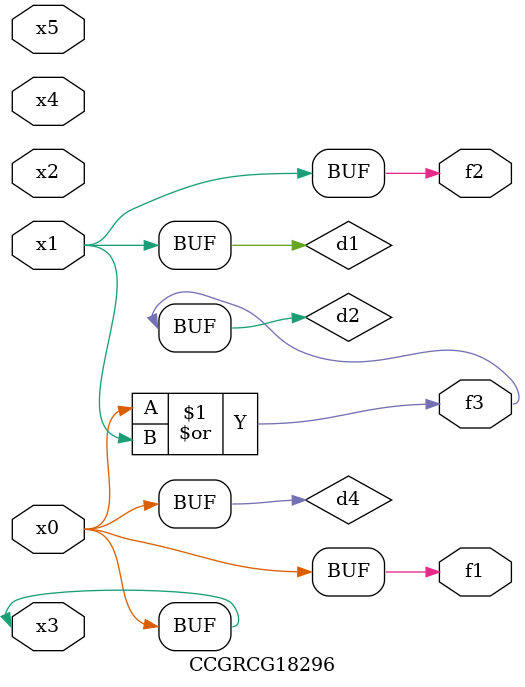
<source format=v>
module CCGRCG18296(
	input x0, x1, x2, x3, x4, x5,
	output f1, f2, f3
);

	wire d1, d2, d3, d4;

	and (d1, x1);
	or (d2, x0, x1);
	nand (d3, x0, x5);
	buf (d4, x0, x3);
	assign f1 = d4;
	assign f2 = d1;
	assign f3 = d2;
endmodule

</source>
